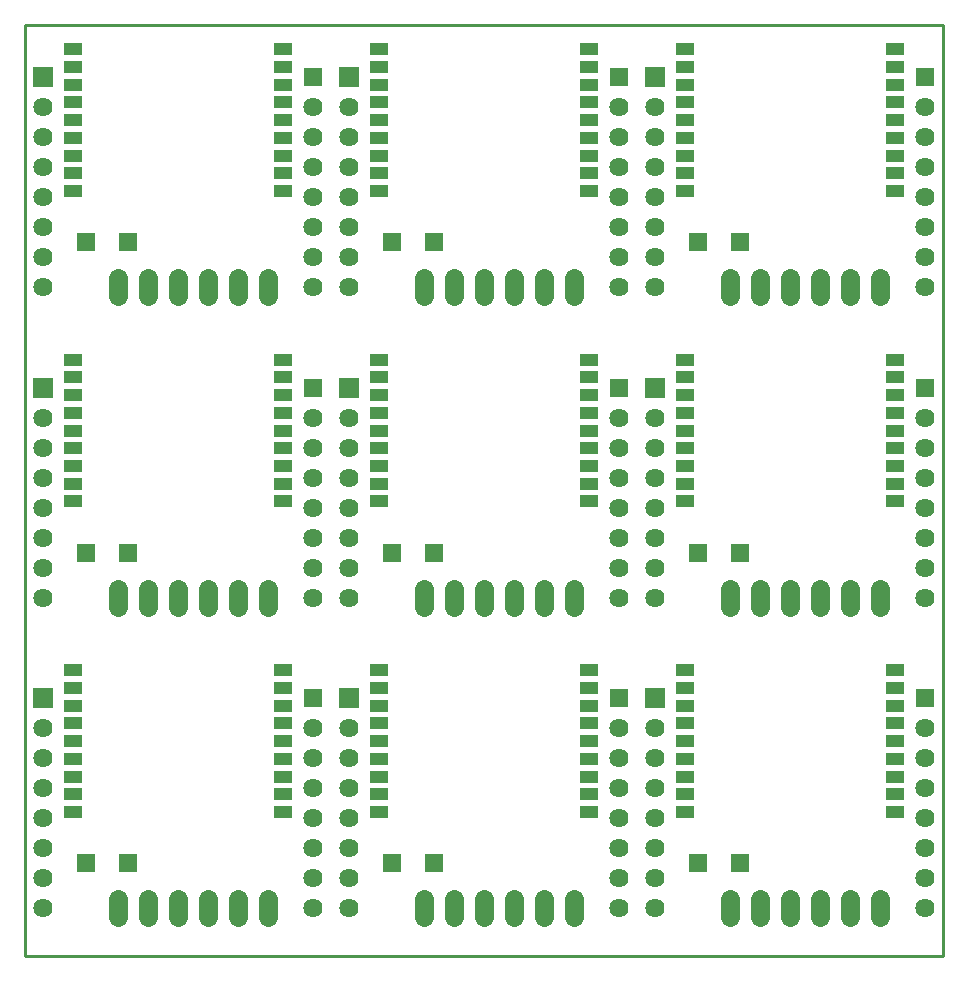
<source format=gts>
G75*
%MOIN*%
%OFA0B0*%
%FSLAX25Y25*%
%IPPOS*%
%LPD*%
%AMOC8*
5,1,8,0,0,1.08239X$1,22.5*
%
%ADD10C,0.01000*%
%ADD11R,0.06246X0.03943*%
%ADD12R,0.07000X0.07000*%
%ADD13C,0.06400*%
%ADD14R,0.06400X0.06400*%
%ADD15R,0.06306X0.06306*%
%ADD16C,0.06400*%
D10*
X0021185Y0021185D02*
X0021185Y0331685D01*
X0327185Y0331685D01*
X0327185Y0021185D01*
X0021185Y0021185D01*
D11*
X0037175Y0069232D03*
X0037175Y0075138D03*
X0037175Y0081043D03*
X0037175Y0086949D03*
X0037175Y0092854D03*
X0037175Y0098760D03*
X0037175Y0104665D03*
X0037175Y0110571D03*
X0037175Y0116476D03*
X0037175Y0172732D03*
X0037175Y0178638D03*
X0037175Y0184543D03*
X0037175Y0190449D03*
X0037175Y0196354D03*
X0037175Y0202260D03*
X0037175Y0208165D03*
X0037175Y0214071D03*
X0037175Y0219976D03*
X0037175Y0276232D03*
X0037175Y0282138D03*
X0037175Y0288043D03*
X0037175Y0293949D03*
X0037175Y0299854D03*
X0037175Y0305760D03*
X0037175Y0311665D03*
X0037175Y0317571D03*
X0037175Y0323476D03*
X0107195Y0323476D03*
X0107195Y0317571D03*
X0107195Y0311665D03*
X0107195Y0305760D03*
X0107195Y0299854D03*
X0107195Y0293949D03*
X0107195Y0288043D03*
X0107195Y0282138D03*
X0107195Y0276232D03*
X0139175Y0276232D03*
X0139175Y0282138D03*
X0139175Y0288043D03*
X0139175Y0293949D03*
X0139175Y0299854D03*
X0139175Y0305760D03*
X0139175Y0311665D03*
X0139175Y0317571D03*
X0139175Y0323476D03*
X0209195Y0323476D03*
X0209195Y0317571D03*
X0209195Y0311665D03*
X0209195Y0305760D03*
X0209195Y0299854D03*
X0209195Y0293949D03*
X0209195Y0288043D03*
X0209195Y0282138D03*
X0209195Y0276232D03*
X0241175Y0276232D03*
X0241175Y0282138D03*
X0241175Y0288043D03*
X0241175Y0293949D03*
X0241175Y0299854D03*
X0241175Y0305760D03*
X0241175Y0311665D03*
X0241175Y0317571D03*
X0241175Y0323476D03*
X0311195Y0323476D03*
X0311195Y0317571D03*
X0311195Y0311665D03*
X0311195Y0305760D03*
X0311195Y0299854D03*
X0311195Y0293949D03*
X0311195Y0288043D03*
X0311195Y0282138D03*
X0311195Y0276232D03*
X0311195Y0219976D03*
X0311195Y0214071D03*
X0311195Y0208165D03*
X0311195Y0202260D03*
X0311195Y0196354D03*
X0311195Y0190449D03*
X0311195Y0184543D03*
X0311195Y0178638D03*
X0311195Y0172732D03*
X0311195Y0116476D03*
X0311195Y0110571D03*
X0311195Y0104665D03*
X0311195Y0098760D03*
X0311195Y0092854D03*
X0311195Y0086949D03*
X0311195Y0081043D03*
X0311195Y0075138D03*
X0311195Y0069232D03*
X0241175Y0069232D03*
X0241175Y0075138D03*
X0241175Y0081043D03*
X0241175Y0086949D03*
X0241175Y0092854D03*
X0241175Y0098760D03*
X0241175Y0104665D03*
X0241175Y0110571D03*
X0241175Y0116476D03*
X0209195Y0116476D03*
X0209195Y0110571D03*
X0209195Y0104665D03*
X0209195Y0098760D03*
X0209195Y0092854D03*
X0209195Y0086949D03*
X0209195Y0081043D03*
X0209195Y0075138D03*
X0209195Y0069232D03*
X0139175Y0069232D03*
X0139175Y0075138D03*
X0139175Y0081043D03*
X0139175Y0086949D03*
X0139175Y0092854D03*
X0139175Y0098760D03*
X0139175Y0104665D03*
X0139175Y0110571D03*
X0139175Y0116476D03*
X0107195Y0116476D03*
X0107195Y0110571D03*
X0107195Y0104665D03*
X0107195Y0098760D03*
X0107195Y0092854D03*
X0107195Y0086949D03*
X0107195Y0081043D03*
X0107195Y0075138D03*
X0107195Y0069232D03*
X0107195Y0172732D03*
X0107195Y0178638D03*
X0107195Y0184543D03*
X0107195Y0190449D03*
X0107195Y0196354D03*
X0107195Y0202260D03*
X0107195Y0208165D03*
X0107195Y0214071D03*
X0107195Y0219976D03*
X0139175Y0219976D03*
X0139175Y0214071D03*
X0139175Y0208165D03*
X0139175Y0202260D03*
X0139175Y0196354D03*
X0139175Y0190449D03*
X0139175Y0184543D03*
X0139175Y0178638D03*
X0139175Y0172732D03*
X0209195Y0172732D03*
X0209195Y0178638D03*
X0209195Y0184543D03*
X0209195Y0190449D03*
X0209195Y0196354D03*
X0209195Y0202260D03*
X0209195Y0208165D03*
X0209195Y0214071D03*
X0209195Y0219976D03*
X0241175Y0219976D03*
X0241175Y0214071D03*
X0241175Y0208165D03*
X0241175Y0202260D03*
X0241175Y0196354D03*
X0241175Y0190449D03*
X0241175Y0184543D03*
X0241175Y0178638D03*
X0241175Y0172732D03*
D12*
X0231185Y0210685D03*
X0231185Y0314185D03*
X0129185Y0314185D03*
X0129185Y0210685D03*
X0129185Y0107185D03*
X0231185Y0107185D03*
X0027185Y0107185D03*
X0027185Y0210685D03*
X0027185Y0314185D03*
D13*
X0027185Y0304185D03*
X0027185Y0294185D03*
X0027185Y0284185D03*
X0027185Y0274185D03*
X0027185Y0264185D03*
X0027185Y0254185D03*
X0027185Y0244185D03*
X0027185Y0200685D03*
X0027185Y0190685D03*
X0027185Y0180685D03*
X0027185Y0170685D03*
X0027185Y0160685D03*
X0027185Y0150685D03*
X0027185Y0140685D03*
X0027185Y0097185D03*
X0027185Y0087185D03*
X0027185Y0077185D03*
X0027185Y0067185D03*
X0027185Y0057185D03*
X0027185Y0047185D03*
X0027185Y0037185D03*
X0117185Y0037185D03*
X0117185Y0047185D03*
X0117185Y0057185D03*
X0117185Y0067185D03*
X0117185Y0077185D03*
X0117185Y0087185D03*
X0117185Y0097185D03*
X0129185Y0097185D03*
X0129185Y0087185D03*
X0129185Y0077185D03*
X0129185Y0067185D03*
X0129185Y0057185D03*
X0129185Y0047185D03*
X0129185Y0037185D03*
X0219185Y0037185D03*
X0219185Y0047185D03*
X0219185Y0057185D03*
X0219185Y0067185D03*
X0219185Y0077185D03*
X0219185Y0087185D03*
X0219185Y0097185D03*
X0231185Y0097185D03*
X0231185Y0087185D03*
X0231185Y0077185D03*
X0231185Y0067185D03*
X0231185Y0057185D03*
X0231185Y0047185D03*
X0231185Y0037185D03*
X0321185Y0037185D03*
X0321185Y0047185D03*
X0321185Y0057185D03*
X0321185Y0067185D03*
X0321185Y0077185D03*
X0321185Y0087185D03*
X0321185Y0097185D03*
X0321185Y0140685D03*
X0321185Y0150685D03*
X0321185Y0160685D03*
X0321185Y0170685D03*
X0321185Y0180685D03*
X0321185Y0190685D03*
X0321185Y0200685D03*
X0321185Y0244185D03*
X0321185Y0254185D03*
X0321185Y0264185D03*
X0321185Y0274185D03*
X0321185Y0284185D03*
X0321185Y0294185D03*
X0321185Y0304185D03*
X0231185Y0304185D03*
X0231185Y0294185D03*
X0231185Y0284185D03*
X0231185Y0274185D03*
X0231185Y0264185D03*
X0231185Y0254185D03*
X0231185Y0244185D03*
X0219185Y0244185D03*
X0219185Y0254185D03*
X0219185Y0264185D03*
X0219185Y0274185D03*
X0219185Y0284185D03*
X0219185Y0294185D03*
X0219185Y0304185D03*
X0129185Y0304185D03*
X0129185Y0294185D03*
X0129185Y0284185D03*
X0129185Y0274185D03*
X0129185Y0264185D03*
X0129185Y0254185D03*
X0129185Y0244185D03*
X0117185Y0244185D03*
X0117185Y0254185D03*
X0117185Y0264185D03*
X0117185Y0274185D03*
X0117185Y0284185D03*
X0117185Y0294185D03*
X0117185Y0304185D03*
X0117185Y0200685D03*
X0117185Y0190685D03*
X0117185Y0180685D03*
X0117185Y0170685D03*
X0117185Y0160685D03*
X0117185Y0150685D03*
X0117185Y0140685D03*
X0129185Y0140685D03*
X0129185Y0150685D03*
X0129185Y0160685D03*
X0129185Y0170685D03*
X0129185Y0180685D03*
X0129185Y0190685D03*
X0129185Y0200685D03*
X0219185Y0200685D03*
X0219185Y0190685D03*
X0219185Y0180685D03*
X0219185Y0170685D03*
X0219185Y0160685D03*
X0219185Y0150685D03*
X0219185Y0140685D03*
X0231185Y0140685D03*
X0231185Y0150685D03*
X0231185Y0160685D03*
X0231185Y0170685D03*
X0231185Y0180685D03*
X0231185Y0190685D03*
X0231185Y0200685D03*
D14*
X0219185Y0210685D03*
X0219185Y0314185D03*
X0117185Y0314185D03*
X0117185Y0210685D03*
X0117185Y0107185D03*
X0219185Y0107185D03*
X0321185Y0107185D03*
X0321185Y0210685D03*
X0321185Y0314185D03*
D15*
X0259575Y0259185D03*
X0245795Y0259185D03*
X0157575Y0259185D03*
X0143795Y0259185D03*
X0055575Y0259185D03*
X0041795Y0259185D03*
X0041795Y0155685D03*
X0055575Y0155685D03*
X0143795Y0155685D03*
X0157575Y0155685D03*
X0245795Y0155685D03*
X0259575Y0155685D03*
X0259575Y0052185D03*
X0245795Y0052185D03*
X0157575Y0052185D03*
X0143795Y0052185D03*
X0055575Y0052185D03*
X0041795Y0052185D03*
D16*
X0052185Y0040185D02*
X0052185Y0034185D01*
X0062185Y0034185D02*
X0062185Y0040185D01*
X0072185Y0040185D02*
X0072185Y0034185D01*
X0082185Y0034185D02*
X0082185Y0040185D01*
X0092185Y0040185D02*
X0092185Y0034185D01*
X0102185Y0034185D02*
X0102185Y0040185D01*
X0154185Y0040185D02*
X0154185Y0034185D01*
X0164185Y0034185D02*
X0164185Y0040185D01*
X0174185Y0040185D02*
X0174185Y0034185D01*
X0184185Y0034185D02*
X0184185Y0040185D01*
X0194185Y0040185D02*
X0194185Y0034185D01*
X0204185Y0034185D02*
X0204185Y0040185D01*
X0256185Y0040185D02*
X0256185Y0034185D01*
X0266185Y0034185D02*
X0266185Y0040185D01*
X0276185Y0040185D02*
X0276185Y0034185D01*
X0286185Y0034185D02*
X0286185Y0040185D01*
X0296185Y0040185D02*
X0296185Y0034185D01*
X0306185Y0034185D02*
X0306185Y0040185D01*
X0306185Y0137685D02*
X0306185Y0143685D01*
X0296185Y0143685D02*
X0296185Y0137685D01*
X0286185Y0137685D02*
X0286185Y0143685D01*
X0276185Y0143685D02*
X0276185Y0137685D01*
X0266185Y0137685D02*
X0266185Y0143685D01*
X0256185Y0143685D02*
X0256185Y0137685D01*
X0204185Y0137685D02*
X0204185Y0143685D01*
X0194185Y0143685D02*
X0194185Y0137685D01*
X0184185Y0137685D02*
X0184185Y0143685D01*
X0174185Y0143685D02*
X0174185Y0137685D01*
X0164185Y0137685D02*
X0164185Y0143685D01*
X0154185Y0143685D02*
X0154185Y0137685D01*
X0102185Y0137685D02*
X0102185Y0143685D01*
X0092185Y0143685D02*
X0092185Y0137685D01*
X0082185Y0137685D02*
X0082185Y0143685D01*
X0072185Y0143685D02*
X0072185Y0137685D01*
X0062185Y0137685D02*
X0062185Y0143685D01*
X0052185Y0143685D02*
X0052185Y0137685D01*
X0052185Y0241185D02*
X0052185Y0247185D01*
X0062185Y0247185D02*
X0062185Y0241185D01*
X0072185Y0241185D02*
X0072185Y0247185D01*
X0082185Y0247185D02*
X0082185Y0241185D01*
X0092185Y0241185D02*
X0092185Y0247185D01*
X0102185Y0247185D02*
X0102185Y0241185D01*
X0154185Y0241185D02*
X0154185Y0247185D01*
X0164185Y0247185D02*
X0164185Y0241185D01*
X0174185Y0241185D02*
X0174185Y0247185D01*
X0184185Y0247185D02*
X0184185Y0241185D01*
X0194185Y0241185D02*
X0194185Y0247185D01*
X0204185Y0247185D02*
X0204185Y0241185D01*
X0256185Y0241185D02*
X0256185Y0247185D01*
X0266185Y0247185D02*
X0266185Y0241185D01*
X0276185Y0241185D02*
X0276185Y0247185D01*
X0286185Y0247185D02*
X0286185Y0241185D01*
X0296185Y0241185D02*
X0296185Y0247185D01*
X0306185Y0247185D02*
X0306185Y0241185D01*
M02*

</source>
